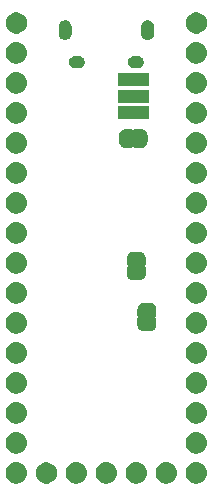
<source format=gbs>
G04 #@! TF.GenerationSoftware,KiCad,Pcbnew,(5.1.0)-1*
G04 #@! TF.CreationDate,2019-08-08T12:31:07-05:00*
G04 #@! TF.ProjectId,STM32F070_Breakout,53544d33-3246-4303-9730-5f427265616b,v02*
G04 #@! TF.SameCoordinates,Original*
G04 #@! TF.FileFunction,Soldermask,Bot*
G04 #@! TF.FilePolarity,Negative*
%FSLAX46Y46*%
G04 Gerber Fmt 4.6, Leading zero omitted, Abs format (unit mm)*
G04 Created by KiCad (PCBNEW (5.1.0)-1) date 2019-08-08 12:31:07*
%MOMM*%
%LPD*%
G04 APERTURE LIST*
%ADD10C,0.100000*%
G04 APERTURE END LIST*
D10*
G36*
X128380443Y-114675519D02*
G01*
X128446627Y-114682037D01*
X128616466Y-114733557D01*
X128772991Y-114817222D01*
X128808729Y-114846552D01*
X128910186Y-114929814D01*
X128993448Y-115031271D01*
X129022778Y-115067009D01*
X129106443Y-115223534D01*
X129157963Y-115393373D01*
X129175359Y-115570000D01*
X129157963Y-115746627D01*
X129106443Y-115916466D01*
X129022778Y-116072991D01*
X128993448Y-116108729D01*
X128910186Y-116210186D01*
X128837480Y-116269853D01*
X128772991Y-116322778D01*
X128616466Y-116406443D01*
X128446627Y-116457963D01*
X128380442Y-116464482D01*
X128314260Y-116471000D01*
X128225740Y-116471000D01*
X128159558Y-116464482D01*
X128093373Y-116457963D01*
X127923534Y-116406443D01*
X127767009Y-116322778D01*
X127702520Y-116269853D01*
X127629814Y-116210186D01*
X127546552Y-116108729D01*
X127517222Y-116072991D01*
X127433557Y-115916466D01*
X127382037Y-115746627D01*
X127364641Y-115570000D01*
X127382037Y-115393373D01*
X127433557Y-115223534D01*
X127517222Y-115067009D01*
X127546552Y-115031271D01*
X127629814Y-114929814D01*
X127731271Y-114846552D01*
X127767009Y-114817222D01*
X127923534Y-114733557D01*
X128093373Y-114682037D01*
X128159557Y-114675519D01*
X128225740Y-114669000D01*
X128314260Y-114669000D01*
X128380443Y-114675519D01*
X128380443Y-114675519D01*
G37*
G36*
X141080443Y-114675519D02*
G01*
X141146627Y-114682037D01*
X141316466Y-114733557D01*
X141472991Y-114817222D01*
X141508729Y-114846552D01*
X141610186Y-114929814D01*
X141693448Y-115031271D01*
X141722778Y-115067009D01*
X141806443Y-115223534D01*
X141857963Y-115393373D01*
X141875359Y-115570000D01*
X141857963Y-115746627D01*
X141806443Y-115916466D01*
X141722778Y-116072991D01*
X141693448Y-116108729D01*
X141610186Y-116210186D01*
X141537480Y-116269853D01*
X141472991Y-116322778D01*
X141316466Y-116406443D01*
X141146627Y-116457963D01*
X141080442Y-116464482D01*
X141014260Y-116471000D01*
X140925740Y-116471000D01*
X140859558Y-116464482D01*
X140793373Y-116457963D01*
X140623534Y-116406443D01*
X140467009Y-116322778D01*
X140402520Y-116269853D01*
X140329814Y-116210186D01*
X140246552Y-116108729D01*
X140217222Y-116072991D01*
X140133557Y-115916466D01*
X140082037Y-115746627D01*
X140064641Y-115570000D01*
X140082037Y-115393373D01*
X140133557Y-115223534D01*
X140217222Y-115067009D01*
X140246552Y-115031271D01*
X140329814Y-114929814D01*
X140431271Y-114846552D01*
X140467009Y-114817222D01*
X140623534Y-114733557D01*
X140793373Y-114682037D01*
X140859557Y-114675519D01*
X140925740Y-114669000D01*
X141014260Y-114669000D01*
X141080443Y-114675519D01*
X141080443Y-114675519D01*
G37*
G36*
X138540443Y-114675519D02*
G01*
X138606627Y-114682037D01*
X138776466Y-114733557D01*
X138932991Y-114817222D01*
X138968729Y-114846552D01*
X139070186Y-114929814D01*
X139153448Y-115031271D01*
X139182778Y-115067009D01*
X139266443Y-115223534D01*
X139317963Y-115393373D01*
X139335359Y-115570000D01*
X139317963Y-115746627D01*
X139266443Y-115916466D01*
X139182778Y-116072991D01*
X139153448Y-116108729D01*
X139070186Y-116210186D01*
X138997480Y-116269853D01*
X138932991Y-116322778D01*
X138776466Y-116406443D01*
X138606627Y-116457963D01*
X138540442Y-116464482D01*
X138474260Y-116471000D01*
X138385740Y-116471000D01*
X138319558Y-116464482D01*
X138253373Y-116457963D01*
X138083534Y-116406443D01*
X137927009Y-116322778D01*
X137862520Y-116269853D01*
X137789814Y-116210186D01*
X137706552Y-116108729D01*
X137677222Y-116072991D01*
X137593557Y-115916466D01*
X137542037Y-115746627D01*
X137524641Y-115570000D01*
X137542037Y-115393373D01*
X137593557Y-115223534D01*
X137677222Y-115067009D01*
X137706552Y-115031271D01*
X137789814Y-114929814D01*
X137891271Y-114846552D01*
X137927009Y-114817222D01*
X138083534Y-114733557D01*
X138253373Y-114682037D01*
X138319557Y-114675519D01*
X138385740Y-114669000D01*
X138474260Y-114669000D01*
X138540443Y-114675519D01*
X138540443Y-114675519D01*
G37*
G36*
X136000443Y-114675519D02*
G01*
X136066627Y-114682037D01*
X136236466Y-114733557D01*
X136392991Y-114817222D01*
X136428729Y-114846552D01*
X136530186Y-114929814D01*
X136613448Y-115031271D01*
X136642778Y-115067009D01*
X136726443Y-115223534D01*
X136777963Y-115393373D01*
X136795359Y-115570000D01*
X136777963Y-115746627D01*
X136726443Y-115916466D01*
X136642778Y-116072991D01*
X136613448Y-116108729D01*
X136530186Y-116210186D01*
X136457480Y-116269853D01*
X136392991Y-116322778D01*
X136236466Y-116406443D01*
X136066627Y-116457963D01*
X136000442Y-116464482D01*
X135934260Y-116471000D01*
X135845740Y-116471000D01*
X135779558Y-116464482D01*
X135713373Y-116457963D01*
X135543534Y-116406443D01*
X135387009Y-116322778D01*
X135322520Y-116269853D01*
X135249814Y-116210186D01*
X135166552Y-116108729D01*
X135137222Y-116072991D01*
X135053557Y-115916466D01*
X135002037Y-115746627D01*
X134984641Y-115570000D01*
X135002037Y-115393373D01*
X135053557Y-115223534D01*
X135137222Y-115067009D01*
X135166552Y-115031271D01*
X135249814Y-114929814D01*
X135351271Y-114846552D01*
X135387009Y-114817222D01*
X135543534Y-114733557D01*
X135713373Y-114682037D01*
X135779557Y-114675519D01*
X135845740Y-114669000D01*
X135934260Y-114669000D01*
X136000443Y-114675519D01*
X136000443Y-114675519D01*
G37*
G36*
X130923512Y-114673927D02*
G01*
X131072812Y-114703624D01*
X131236784Y-114771544D01*
X131384354Y-114870147D01*
X131509853Y-114995646D01*
X131608456Y-115143216D01*
X131676376Y-115307188D01*
X131711000Y-115481259D01*
X131711000Y-115658741D01*
X131676376Y-115832812D01*
X131608456Y-115996784D01*
X131509853Y-116144354D01*
X131384354Y-116269853D01*
X131236784Y-116368456D01*
X131072812Y-116436376D01*
X130923512Y-116466073D01*
X130898742Y-116471000D01*
X130721258Y-116471000D01*
X130696488Y-116466073D01*
X130547188Y-116436376D01*
X130383216Y-116368456D01*
X130235646Y-116269853D01*
X130110147Y-116144354D01*
X130011544Y-115996784D01*
X129943624Y-115832812D01*
X129909000Y-115658741D01*
X129909000Y-115481259D01*
X129943624Y-115307188D01*
X130011544Y-115143216D01*
X130110147Y-114995646D01*
X130235646Y-114870147D01*
X130383216Y-114771544D01*
X130547188Y-114703624D01*
X130696488Y-114673927D01*
X130721258Y-114669000D01*
X130898742Y-114669000D01*
X130923512Y-114673927D01*
X130923512Y-114673927D01*
G37*
G36*
X143620443Y-114675519D02*
G01*
X143686627Y-114682037D01*
X143856466Y-114733557D01*
X144012991Y-114817222D01*
X144048729Y-114846552D01*
X144150186Y-114929814D01*
X144233448Y-115031271D01*
X144262778Y-115067009D01*
X144346443Y-115223534D01*
X144397963Y-115393373D01*
X144415359Y-115570000D01*
X144397963Y-115746627D01*
X144346443Y-115916466D01*
X144262778Y-116072991D01*
X144233448Y-116108729D01*
X144150186Y-116210186D01*
X144077480Y-116269853D01*
X144012991Y-116322778D01*
X143856466Y-116406443D01*
X143686627Y-116457963D01*
X143620442Y-116464482D01*
X143554260Y-116471000D01*
X143465740Y-116471000D01*
X143399558Y-116464482D01*
X143333373Y-116457963D01*
X143163534Y-116406443D01*
X143007009Y-116322778D01*
X142942520Y-116269853D01*
X142869814Y-116210186D01*
X142786552Y-116108729D01*
X142757222Y-116072991D01*
X142673557Y-115916466D01*
X142622037Y-115746627D01*
X142604641Y-115570000D01*
X142622037Y-115393373D01*
X142673557Y-115223534D01*
X142757222Y-115067009D01*
X142786552Y-115031271D01*
X142869814Y-114929814D01*
X142971271Y-114846552D01*
X143007009Y-114817222D01*
X143163534Y-114733557D01*
X143333373Y-114682037D01*
X143399557Y-114675519D01*
X143465740Y-114669000D01*
X143554260Y-114669000D01*
X143620443Y-114675519D01*
X143620443Y-114675519D01*
G37*
G36*
X133460443Y-114675519D02*
G01*
X133526627Y-114682037D01*
X133696466Y-114733557D01*
X133852991Y-114817222D01*
X133888729Y-114846552D01*
X133990186Y-114929814D01*
X134073448Y-115031271D01*
X134102778Y-115067009D01*
X134186443Y-115223534D01*
X134237963Y-115393373D01*
X134255359Y-115570000D01*
X134237963Y-115746627D01*
X134186443Y-115916466D01*
X134102778Y-116072991D01*
X134073448Y-116108729D01*
X133990186Y-116210186D01*
X133917480Y-116269853D01*
X133852991Y-116322778D01*
X133696466Y-116406443D01*
X133526627Y-116457963D01*
X133460442Y-116464482D01*
X133394260Y-116471000D01*
X133305740Y-116471000D01*
X133239558Y-116464482D01*
X133173373Y-116457963D01*
X133003534Y-116406443D01*
X132847009Y-116322778D01*
X132782520Y-116269853D01*
X132709814Y-116210186D01*
X132626552Y-116108729D01*
X132597222Y-116072991D01*
X132513557Y-115916466D01*
X132462037Y-115746627D01*
X132444641Y-115570000D01*
X132462037Y-115393373D01*
X132513557Y-115223534D01*
X132597222Y-115067009D01*
X132626552Y-115031271D01*
X132709814Y-114929814D01*
X132811271Y-114846552D01*
X132847009Y-114817222D01*
X133003534Y-114733557D01*
X133173373Y-114682037D01*
X133239557Y-114675519D01*
X133305740Y-114669000D01*
X133394260Y-114669000D01*
X133460443Y-114675519D01*
X133460443Y-114675519D01*
G37*
G36*
X128380443Y-112135519D02*
G01*
X128446627Y-112142037D01*
X128616466Y-112193557D01*
X128772991Y-112277222D01*
X128808729Y-112306552D01*
X128910186Y-112389814D01*
X128993448Y-112491271D01*
X129022778Y-112527009D01*
X129106443Y-112683534D01*
X129157963Y-112853373D01*
X129175359Y-113030000D01*
X129157963Y-113206627D01*
X129106443Y-113376466D01*
X129022778Y-113532991D01*
X128993448Y-113568729D01*
X128910186Y-113670186D01*
X128808729Y-113753448D01*
X128772991Y-113782778D01*
X128616466Y-113866443D01*
X128446627Y-113917963D01*
X128380443Y-113924481D01*
X128314260Y-113931000D01*
X128225740Y-113931000D01*
X128159557Y-113924481D01*
X128093373Y-113917963D01*
X127923534Y-113866443D01*
X127767009Y-113782778D01*
X127731271Y-113753448D01*
X127629814Y-113670186D01*
X127546552Y-113568729D01*
X127517222Y-113532991D01*
X127433557Y-113376466D01*
X127382037Y-113206627D01*
X127364641Y-113030000D01*
X127382037Y-112853373D01*
X127433557Y-112683534D01*
X127517222Y-112527009D01*
X127546552Y-112491271D01*
X127629814Y-112389814D01*
X127731271Y-112306552D01*
X127767009Y-112277222D01*
X127923534Y-112193557D01*
X128093373Y-112142037D01*
X128159557Y-112135519D01*
X128225740Y-112129000D01*
X128314260Y-112129000D01*
X128380443Y-112135519D01*
X128380443Y-112135519D01*
G37*
G36*
X143620443Y-112135519D02*
G01*
X143686627Y-112142037D01*
X143856466Y-112193557D01*
X144012991Y-112277222D01*
X144048729Y-112306552D01*
X144150186Y-112389814D01*
X144233448Y-112491271D01*
X144262778Y-112527009D01*
X144346443Y-112683534D01*
X144397963Y-112853373D01*
X144415359Y-113030000D01*
X144397963Y-113206627D01*
X144346443Y-113376466D01*
X144262778Y-113532991D01*
X144233448Y-113568729D01*
X144150186Y-113670186D01*
X144048729Y-113753448D01*
X144012991Y-113782778D01*
X143856466Y-113866443D01*
X143686627Y-113917963D01*
X143620443Y-113924481D01*
X143554260Y-113931000D01*
X143465740Y-113931000D01*
X143399557Y-113924481D01*
X143333373Y-113917963D01*
X143163534Y-113866443D01*
X143007009Y-113782778D01*
X142971271Y-113753448D01*
X142869814Y-113670186D01*
X142786552Y-113568729D01*
X142757222Y-113532991D01*
X142673557Y-113376466D01*
X142622037Y-113206627D01*
X142604641Y-113030000D01*
X142622037Y-112853373D01*
X142673557Y-112683534D01*
X142757222Y-112527009D01*
X142786552Y-112491271D01*
X142869814Y-112389814D01*
X142971271Y-112306552D01*
X143007009Y-112277222D01*
X143163534Y-112193557D01*
X143333373Y-112142037D01*
X143399557Y-112135519D01*
X143465740Y-112129000D01*
X143554260Y-112129000D01*
X143620443Y-112135519D01*
X143620443Y-112135519D01*
G37*
G36*
X143620442Y-109595518D02*
G01*
X143686627Y-109602037D01*
X143856466Y-109653557D01*
X144012991Y-109737222D01*
X144048729Y-109766552D01*
X144150186Y-109849814D01*
X144233448Y-109951271D01*
X144262778Y-109987009D01*
X144346443Y-110143534D01*
X144397963Y-110313373D01*
X144415359Y-110490000D01*
X144397963Y-110666627D01*
X144346443Y-110836466D01*
X144262778Y-110992991D01*
X144233448Y-111028729D01*
X144150186Y-111130186D01*
X144048729Y-111213448D01*
X144012991Y-111242778D01*
X143856466Y-111326443D01*
X143686627Y-111377963D01*
X143620443Y-111384481D01*
X143554260Y-111391000D01*
X143465740Y-111391000D01*
X143399557Y-111384481D01*
X143333373Y-111377963D01*
X143163534Y-111326443D01*
X143007009Y-111242778D01*
X142971271Y-111213448D01*
X142869814Y-111130186D01*
X142786552Y-111028729D01*
X142757222Y-110992991D01*
X142673557Y-110836466D01*
X142622037Y-110666627D01*
X142604641Y-110490000D01*
X142622037Y-110313373D01*
X142673557Y-110143534D01*
X142757222Y-109987009D01*
X142786552Y-109951271D01*
X142869814Y-109849814D01*
X142971271Y-109766552D01*
X143007009Y-109737222D01*
X143163534Y-109653557D01*
X143333373Y-109602037D01*
X143399558Y-109595518D01*
X143465740Y-109589000D01*
X143554260Y-109589000D01*
X143620442Y-109595518D01*
X143620442Y-109595518D01*
G37*
G36*
X128380442Y-109595518D02*
G01*
X128446627Y-109602037D01*
X128616466Y-109653557D01*
X128772991Y-109737222D01*
X128808729Y-109766552D01*
X128910186Y-109849814D01*
X128993448Y-109951271D01*
X129022778Y-109987009D01*
X129106443Y-110143534D01*
X129157963Y-110313373D01*
X129175359Y-110490000D01*
X129157963Y-110666627D01*
X129106443Y-110836466D01*
X129022778Y-110992991D01*
X128993448Y-111028729D01*
X128910186Y-111130186D01*
X128808729Y-111213448D01*
X128772991Y-111242778D01*
X128616466Y-111326443D01*
X128446627Y-111377963D01*
X128380443Y-111384481D01*
X128314260Y-111391000D01*
X128225740Y-111391000D01*
X128159557Y-111384481D01*
X128093373Y-111377963D01*
X127923534Y-111326443D01*
X127767009Y-111242778D01*
X127731271Y-111213448D01*
X127629814Y-111130186D01*
X127546552Y-111028729D01*
X127517222Y-110992991D01*
X127433557Y-110836466D01*
X127382037Y-110666627D01*
X127364641Y-110490000D01*
X127382037Y-110313373D01*
X127433557Y-110143534D01*
X127517222Y-109987009D01*
X127546552Y-109951271D01*
X127629814Y-109849814D01*
X127731271Y-109766552D01*
X127767009Y-109737222D01*
X127923534Y-109653557D01*
X128093373Y-109602037D01*
X128159558Y-109595518D01*
X128225740Y-109589000D01*
X128314260Y-109589000D01*
X128380442Y-109595518D01*
X128380442Y-109595518D01*
G37*
G36*
X143620442Y-107055518D02*
G01*
X143686627Y-107062037D01*
X143856466Y-107113557D01*
X144012991Y-107197222D01*
X144048729Y-107226552D01*
X144150186Y-107309814D01*
X144233448Y-107411271D01*
X144262778Y-107447009D01*
X144346443Y-107603534D01*
X144397963Y-107773373D01*
X144415359Y-107950000D01*
X144397963Y-108126627D01*
X144346443Y-108296466D01*
X144262778Y-108452991D01*
X144233448Y-108488729D01*
X144150186Y-108590186D01*
X144048729Y-108673448D01*
X144012991Y-108702778D01*
X143856466Y-108786443D01*
X143686627Y-108837963D01*
X143620442Y-108844482D01*
X143554260Y-108851000D01*
X143465740Y-108851000D01*
X143399558Y-108844482D01*
X143333373Y-108837963D01*
X143163534Y-108786443D01*
X143007009Y-108702778D01*
X142971271Y-108673448D01*
X142869814Y-108590186D01*
X142786552Y-108488729D01*
X142757222Y-108452991D01*
X142673557Y-108296466D01*
X142622037Y-108126627D01*
X142604641Y-107950000D01*
X142622037Y-107773373D01*
X142673557Y-107603534D01*
X142757222Y-107447009D01*
X142786552Y-107411271D01*
X142869814Y-107309814D01*
X142971271Y-107226552D01*
X143007009Y-107197222D01*
X143163534Y-107113557D01*
X143333373Y-107062037D01*
X143399558Y-107055518D01*
X143465740Y-107049000D01*
X143554260Y-107049000D01*
X143620442Y-107055518D01*
X143620442Y-107055518D01*
G37*
G36*
X128380442Y-107055518D02*
G01*
X128446627Y-107062037D01*
X128616466Y-107113557D01*
X128772991Y-107197222D01*
X128808729Y-107226552D01*
X128910186Y-107309814D01*
X128993448Y-107411271D01*
X129022778Y-107447009D01*
X129106443Y-107603534D01*
X129157963Y-107773373D01*
X129175359Y-107950000D01*
X129157963Y-108126627D01*
X129106443Y-108296466D01*
X129022778Y-108452991D01*
X128993448Y-108488729D01*
X128910186Y-108590186D01*
X128808729Y-108673448D01*
X128772991Y-108702778D01*
X128616466Y-108786443D01*
X128446627Y-108837963D01*
X128380442Y-108844482D01*
X128314260Y-108851000D01*
X128225740Y-108851000D01*
X128159558Y-108844482D01*
X128093373Y-108837963D01*
X127923534Y-108786443D01*
X127767009Y-108702778D01*
X127731271Y-108673448D01*
X127629814Y-108590186D01*
X127546552Y-108488729D01*
X127517222Y-108452991D01*
X127433557Y-108296466D01*
X127382037Y-108126627D01*
X127364641Y-107950000D01*
X127382037Y-107773373D01*
X127433557Y-107603534D01*
X127517222Y-107447009D01*
X127546552Y-107411271D01*
X127629814Y-107309814D01*
X127731271Y-107226552D01*
X127767009Y-107197222D01*
X127923534Y-107113557D01*
X128093373Y-107062037D01*
X128159558Y-107055518D01*
X128225740Y-107049000D01*
X128314260Y-107049000D01*
X128380442Y-107055518D01*
X128380442Y-107055518D01*
G37*
G36*
X143620443Y-104515519D02*
G01*
X143686627Y-104522037D01*
X143856466Y-104573557D01*
X144012991Y-104657222D01*
X144048729Y-104686552D01*
X144150186Y-104769814D01*
X144233448Y-104871271D01*
X144262778Y-104907009D01*
X144346443Y-105063534D01*
X144397963Y-105233373D01*
X144415359Y-105410000D01*
X144397963Y-105586627D01*
X144346443Y-105756466D01*
X144262778Y-105912991D01*
X144233448Y-105948729D01*
X144150186Y-106050186D01*
X144048729Y-106133448D01*
X144012991Y-106162778D01*
X143856466Y-106246443D01*
X143686627Y-106297963D01*
X143620442Y-106304482D01*
X143554260Y-106311000D01*
X143465740Y-106311000D01*
X143399558Y-106304482D01*
X143333373Y-106297963D01*
X143163534Y-106246443D01*
X143007009Y-106162778D01*
X142971271Y-106133448D01*
X142869814Y-106050186D01*
X142786552Y-105948729D01*
X142757222Y-105912991D01*
X142673557Y-105756466D01*
X142622037Y-105586627D01*
X142604641Y-105410000D01*
X142622037Y-105233373D01*
X142673557Y-105063534D01*
X142757222Y-104907009D01*
X142786552Y-104871271D01*
X142869814Y-104769814D01*
X142971271Y-104686552D01*
X143007009Y-104657222D01*
X143163534Y-104573557D01*
X143333373Y-104522037D01*
X143399557Y-104515519D01*
X143465740Y-104509000D01*
X143554260Y-104509000D01*
X143620443Y-104515519D01*
X143620443Y-104515519D01*
G37*
G36*
X128380443Y-104515519D02*
G01*
X128446627Y-104522037D01*
X128616466Y-104573557D01*
X128772991Y-104657222D01*
X128808729Y-104686552D01*
X128910186Y-104769814D01*
X128993448Y-104871271D01*
X129022778Y-104907009D01*
X129106443Y-105063534D01*
X129157963Y-105233373D01*
X129175359Y-105410000D01*
X129157963Y-105586627D01*
X129106443Y-105756466D01*
X129022778Y-105912991D01*
X128993448Y-105948729D01*
X128910186Y-106050186D01*
X128808729Y-106133448D01*
X128772991Y-106162778D01*
X128616466Y-106246443D01*
X128446627Y-106297963D01*
X128380442Y-106304482D01*
X128314260Y-106311000D01*
X128225740Y-106311000D01*
X128159558Y-106304482D01*
X128093373Y-106297963D01*
X127923534Y-106246443D01*
X127767009Y-106162778D01*
X127731271Y-106133448D01*
X127629814Y-106050186D01*
X127546552Y-105948729D01*
X127517222Y-105912991D01*
X127433557Y-105756466D01*
X127382037Y-105586627D01*
X127364641Y-105410000D01*
X127382037Y-105233373D01*
X127433557Y-105063534D01*
X127517222Y-104907009D01*
X127546552Y-104871271D01*
X127629814Y-104769814D01*
X127731271Y-104686552D01*
X127767009Y-104657222D01*
X127923534Y-104573557D01*
X128093373Y-104522037D01*
X128159557Y-104515519D01*
X128225740Y-104509000D01*
X128314260Y-104509000D01*
X128380443Y-104515519D01*
X128380443Y-104515519D01*
G37*
G36*
X128380442Y-101975518D02*
G01*
X128446627Y-101982037D01*
X128616466Y-102033557D01*
X128772991Y-102117222D01*
X128808729Y-102146552D01*
X128910186Y-102229814D01*
X128988885Y-102325710D01*
X129022778Y-102367009D01*
X129106443Y-102523534D01*
X129157963Y-102693373D01*
X129175359Y-102870000D01*
X129157963Y-103046627D01*
X129106443Y-103216466D01*
X129022778Y-103372991D01*
X128993448Y-103408729D01*
X128910186Y-103510186D01*
X128808729Y-103593448D01*
X128772991Y-103622778D01*
X128616466Y-103706443D01*
X128446627Y-103757963D01*
X128380443Y-103764481D01*
X128314260Y-103771000D01*
X128225740Y-103771000D01*
X128159557Y-103764481D01*
X128093373Y-103757963D01*
X127923534Y-103706443D01*
X127767009Y-103622778D01*
X127731271Y-103593448D01*
X127629814Y-103510186D01*
X127546552Y-103408729D01*
X127517222Y-103372991D01*
X127433557Y-103216466D01*
X127382037Y-103046627D01*
X127364641Y-102870000D01*
X127382037Y-102693373D01*
X127433557Y-102523534D01*
X127517222Y-102367009D01*
X127551115Y-102325710D01*
X127629814Y-102229814D01*
X127731271Y-102146552D01*
X127767009Y-102117222D01*
X127923534Y-102033557D01*
X128093373Y-101982037D01*
X128159558Y-101975518D01*
X128225740Y-101969000D01*
X128314260Y-101969000D01*
X128380442Y-101975518D01*
X128380442Y-101975518D01*
G37*
G36*
X143620442Y-101975518D02*
G01*
X143686627Y-101982037D01*
X143856466Y-102033557D01*
X144012991Y-102117222D01*
X144048729Y-102146552D01*
X144150186Y-102229814D01*
X144228885Y-102325710D01*
X144262778Y-102367009D01*
X144346443Y-102523534D01*
X144397963Y-102693373D01*
X144415359Y-102870000D01*
X144397963Y-103046627D01*
X144346443Y-103216466D01*
X144262778Y-103372991D01*
X144233448Y-103408729D01*
X144150186Y-103510186D01*
X144048729Y-103593448D01*
X144012991Y-103622778D01*
X143856466Y-103706443D01*
X143686627Y-103757963D01*
X143620443Y-103764481D01*
X143554260Y-103771000D01*
X143465740Y-103771000D01*
X143399557Y-103764481D01*
X143333373Y-103757963D01*
X143163534Y-103706443D01*
X143007009Y-103622778D01*
X142971271Y-103593448D01*
X142869814Y-103510186D01*
X142786552Y-103408729D01*
X142757222Y-103372991D01*
X142673557Y-103216466D01*
X142622037Y-103046627D01*
X142604641Y-102870000D01*
X142622037Y-102693373D01*
X142673557Y-102523534D01*
X142757222Y-102367009D01*
X142791115Y-102325710D01*
X142869814Y-102229814D01*
X142971271Y-102146552D01*
X143007009Y-102117222D01*
X143163534Y-102033557D01*
X143333373Y-101982037D01*
X143399558Y-101975518D01*
X143465740Y-101969000D01*
X143554260Y-101969000D01*
X143620442Y-101975518D01*
X143620442Y-101975518D01*
G37*
G36*
X139581199Y-101161954D02*
G01*
X139593450Y-101162556D01*
X139611869Y-101162556D01*
X139634149Y-101164750D01*
X139718233Y-101181476D01*
X139739660Y-101187976D01*
X139818858Y-101220780D01*
X139824303Y-101223691D01*
X139824309Y-101223693D01*
X139833169Y-101228429D01*
X139833173Y-101228432D01*
X139838614Y-101231340D01*
X139909899Y-101278971D01*
X139927204Y-101293172D01*
X139987828Y-101353796D01*
X140002029Y-101371101D01*
X140049660Y-101442386D01*
X140052568Y-101447827D01*
X140052571Y-101447831D01*
X140057307Y-101456691D01*
X140057309Y-101456697D01*
X140060220Y-101462142D01*
X140093024Y-101541340D01*
X140099524Y-101562767D01*
X140116250Y-101646851D01*
X140118444Y-101669131D01*
X140118444Y-101687550D01*
X140119046Y-101699801D01*
X140120852Y-101718139D01*
X140120852Y-102205860D01*
X140119263Y-102221999D01*
X140116348Y-102231608D01*
X140111610Y-102240472D01*
X140105237Y-102248237D01*
X140092794Y-102258448D01*
X140082425Y-102265378D01*
X140065098Y-102282705D01*
X140051485Y-102303080D01*
X140042109Y-102325720D01*
X140037329Y-102349753D01*
X140037330Y-102374257D01*
X140042112Y-102398290D01*
X140051490Y-102420929D01*
X140065105Y-102441302D01*
X140082432Y-102458629D01*
X140092802Y-102465558D01*
X140105237Y-102475763D01*
X140111610Y-102483528D01*
X140116348Y-102492392D01*
X140119263Y-102502001D01*
X140120852Y-102518140D01*
X140120852Y-103005862D01*
X140119046Y-103024199D01*
X140118444Y-103036450D01*
X140118444Y-103054869D01*
X140116250Y-103077149D01*
X140099524Y-103161233D01*
X140093024Y-103182660D01*
X140060220Y-103261858D01*
X140057309Y-103267303D01*
X140057307Y-103267309D01*
X140052571Y-103276169D01*
X140052568Y-103276173D01*
X140049660Y-103281614D01*
X140002029Y-103352899D01*
X139987828Y-103370204D01*
X139927204Y-103430828D01*
X139909899Y-103445029D01*
X139838614Y-103492660D01*
X139833173Y-103495568D01*
X139833169Y-103495571D01*
X139824309Y-103500307D01*
X139824303Y-103500309D01*
X139818858Y-103503220D01*
X139739660Y-103536024D01*
X139718233Y-103542524D01*
X139634149Y-103559250D01*
X139611869Y-103561444D01*
X139593450Y-103561444D01*
X139581199Y-103562046D01*
X139562862Y-103563852D01*
X139075138Y-103563852D01*
X139056801Y-103562046D01*
X139044550Y-103561444D01*
X139026131Y-103561444D01*
X139003851Y-103559250D01*
X138919767Y-103542524D01*
X138898340Y-103536024D01*
X138819142Y-103503220D01*
X138813697Y-103500309D01*
X138813691Y-103500307D01*
X138804831Y-103495571D01*
X138804827Y-103495568D01*
X138799386Y-103492660D01*
X138728101Y-103445029D01*
X138710796Y-103430828D01*
X138650172Y-103370204D01*
X138635971Y-103352899D01*
X138588340Y-103281614D01*
X138585432Y-103276173D01*
X138585429Y-103276169D01*
X138580693Y-103267309D01*
X138580691Y-103267303D01*
X138577780Y-103261858D01*
X138544976Y-103182660D01*
X138538476Y-103161233D01*
X138521750Y-103077149D01*
X138519556Y-103054869D01*
X138519556Y-103036450D01*
X138518954Y-103024199D01*
X138517148Y-103005862D01*
X138517148Y-102518140D01*
X138518737Y-102502001D01*
X138521652Y-102492392D01*
X138526390Y-102483528D01*
X138532763Y-102475763D01*
X138545206Y-102465552D01*
X138555575Y-102458622D01*
X138572902Y-102441295D01*
X138586515Y-102420920D01*
X138595891Y-102398280D01*
X138600671Y-102374247D01*
X138600670Y-102349743D01*
X138595888Y-102325710D01*
X138586510Y-102303071D01*
X138572895Y-102282698D01*
X138555568Y-102265371D01*
X138545198Y-102258442D01*
X138532763Y-102248237D01*
X138526390Y-102240472D01*
X138521652Y-102231608D01*
X138518737Y-102221999D01*
X138517148Y-102205860D01*
X138517148Y-101718139D01*
X138518954Y-101699801D01*
X138519556Y-101687550D01*
X138519556Y-101669131D01*
X138521750Y-101646851D01*
X138538476Y-101562767D01*
X138544976Y-101541340D01*
X138577780Y-101462142D01*
X138580691Y-101456697D01*
X138580693Y-101456691D01*
X138585429Y-101447831D01*
X138585432Y-101447827D01*
X138588340Y-101442386D01*
X138635971Y-101371101D01*
X138650172Y-101353796D01*
X138710796Y-101293172D01*
X138728101Y-101278971D01*
X138799386Y-101231340D01*
X138804827Y-101228432D01*
X138804831Y-101228429D01*
X138813691Y-101223693D01*
X138813697Y-101223691D01*
X138819142Y-101220780D01*
X138898340Y-101187976D01*
X138919767Y-101181476D01*
X139003851Y-101164750D01*
X139026131Y-101162556D01*
X139044550Y-101162556D01*
X139056801Y-101161954D01*
X139075139Y-101160148D01*
X139562861Y-101160148D01*
X139581199Y-101161954D01*
X139581199Y-101161954D01*
G37*
G36*
X143620443Y-99435519D02*
G01*
X143686627Y-99442037D01*
X143856466Y-99493557D01*
X144012991Y-99577222D01*
X144048729Y-99606552D01*
X144150186Y-99689814D01*
X144233448Y-99791271D01*
X144262778Y-99827009D01*
X144346443Y-99983534D01*
X144397963Y-100153373D01*
X144415359Y-100330000D01*
X144397963Y-100506627D01*
X144346443Y-100676466D01*
X144262778Y-100832991D01*
X144233448Y-100868729D01*
X144150186Y-100970186D01*
X144048729Y-101053448D01*
X144012991Y-101082778D01*
X143856466Y-101166443D01*
X143686627Y-101217963D01*
X143628448Y-101223693D01*
X143554260Y-101231000D01*
X143465740Y-101231000D01*
X143391552Y-101223693D01*
X143333373Y-101217963D01*
X143163534Y-101166443D01*
X143007009Y-101082778D01*
X142971271Y-101053448D01*
X142869814Y-100970186D01*
X142786552Y-100868729D01*
X142757222Y-100832991D01*
X142673557Y-100676466D01*
X142622037Y-100506627D01*
X142604641Y-100330000D01*
X142622037Y-100153373D01*
X142673557Y-99983534D01*
X142757222Y-99827009D01*
X142786552Y-99791271D01*
X142869814Y-99689814D01*
X142971271Y-99606552D01*
X143007009Y-99577222D01*
X143163534Y-99493557D01*
X143333373Y-99442037D01*
X143399558Y-99435518D01*
X143465740Y-99429000D01*
X143554260Y-99429000D01*
X143620443Y-99435519D01*
X143620443Y-99435519D01*
G37*
G36*
X128380443Y-99435519D02*
G01*
X128446627Y-99442037D01*
X128616466Y-99493557D01*
X128772991Y-99577222D01*
X128808729Y-99606552D01*
X128910186Y-99689814D01*
X128993448Y-99791271D01*
X129022778Y-99827009D01*
X129106443Y-99983534D01*
X129157963Y-100153373D01*
X129175359Y-100330000D01*
X129157963Y-100506627D01*
X129106443Y-100676466D01*
X129022778Y-100832991D01*
X128993448Y-100868729D01*
X128910186Y-100970186D01*
X128808729Y-101053448D01*
X128772991Y-101082778D01*
X128616466Y-101166443D01*
X128446627Y-101217963D01*
X128388448Y-101223693D01*
X128314260Y-101231000D01*
X128225740Y-101231000D01*
X128151552Y-101223693D01*
X128093373Y-101217963D01*
X127923534Y-101166443D01*
X127767009Y-101082778D01*
X127731271Y-101053448D01*
X127629814Y-100970186D01*
X127546552Y-100868729D01*
X127517222Y-100832991D01*
X127433557Y-100676466D01*
X127382037Y-100506627D01*
X127364641Y-100330000D01*
X127382037Y-100153373D01*
X127433557Y-99983534D01*
X127517222Y-99827009D01*
X127546552Y-99791271D01*
X127629814Y-99689814D01*
X127731271Y-99606552D01*
X127767009Y-99577222D01*
X127923534Y-99493557D01*
X128093373Y-99442037D01*
X128159558Y-99435518D01*
X128225740Y-99429000D01*
X128314260Y-99429000D01*
X128380443Y-99435519D01*
X128380443Y-99435519D01*
G37*
G36*
X138692199Y-96843954D02*
G01*
X138704450Y-96844556D01*
X138722869Y-96844556D01*
X138745149Y-96846750D01*
X138829233Y-96863476D01*
X138850660Y-96869976D01*
X138929858Y-96902780D01*
X138935303Y-96905691D01*
X138935309Y-96905693D01*
X138944169Y-96910429D01*
X138944173Y-96910432D01*
X138949614Y-96913340D01*
X139020899Y-96960971D01*
X139038204Y-96975172D01*
X139098828Y-97035796D01*
X139113029Y-97053101D01*
X139160660Y-97124386D01*
X139163568Y-97129827D01*
X139163571Y-97129831D01*
X139168307Y-97138691D01*
X139168309Y-97138697D01*
X139171220Y-97144142D01*
X139204024Y-97223340D01*
X139210524Y-97244767D01*
X139227250Y-97328851D01*
X139229444Y-97351131D01*
X139229444Y-97369550D01*
X139230046Y-97381801D01*
X139231852Y-97400139D01*
X139231852Y-97887860D01*
X139230263Y-97903999D01*
X139227348Y-97913608D01*
X139222610Y-97922472D01*
X139216237Y-97930237D01*
X139203794Y-97940448D01*
X139193425Y-97947378D01*
X139176098Y-97964705D01*
X139162485Y-97985080D01*
X139153109Y-98007720D01*
X139148329Y-98031753D01*
X139148330Y-98056257D01*
X139153112Y-98080290D01*
X139162490Y-98102929D01*
X139176105Y-98123302D01*
X139193432Y-98140629D01*
X139203802Y-98147558D01*
X139216237Y-98157763D01*
X139222610Y-98165528D01*
X139227348Y-98174392D01*
X139230263Y-98184001D01*
X139231852Y-98200140D01*
X139231852Y-98687862D01*
X139230046Y-98706199D01*
X139229444Y-98718450D01*
X139229444Y-98736869D01*
X139227250Y-98759149D01*
X139210524Y-98843233D01*
X139204024Y-98864660D01*
X139171220Y-98943858D01*
X139168309Y-98949303D01*
X139168307Y-98949309D01*
X139163571Y-98958169D01*
X139163568Y-98958173D01*
X139160660Y-98963614D01*
X139113029Y-99034899D01*
X139098828Y-99052204D01*
X139038204Y-99112828D01*
X139020899Y-99127029D01*
X138949614Y-99174660D01*
X138944173Y-99177568D01*
X138944169Y-99177571D01*
X138935309Y-99182307D01*
X138935303Y-99182309D01*
X138929858Y-99185220D01*
X138850660Y-99218024D01*
X138829233Y-99224524D01*
X138745149Y-99241250D01*
X138722869Y-99243444D01*
X138704450Y-99243444D01*
X138692199Y-99244046D01*
X138673862Y-99245852D01*
X138186138Y-99245852D01*
X138167801Y-99244046D01*
X138155550Y-99243444D01*
X138137131Y-99243444D01*
X138114851Y-99241250D01*
X138030767Y-99224524D01*
X138009340Y-99218024D01*
X137930142Y-99185220D01*
X137924697Y-99182309D01*
X137924691Y-99182307D01*
X137915831Y-99177571D01*
X137915827Y-99177568D01*
X137910386Y-99174660D01*
X137839101Y-99127029D01*
X137821796Y-99112828D01*
X137761172Y-99052204D01*
X137746971Y-99034899D01*
X137699340Y-98963614D01*
X137696432Y-98958173D01*
X137696429Y-98958169D01*
X137691693Y-98949309D01*
X137691691Y-98949303D01*
X137688780Y-98943858D01*
X137655976Y-98864660D01*
X137649476Y-98843233D01*
X137632750Y-98759149D01*
X137630556Y-98736869D01*
X137630556Y-98718450D01*
X137629954Y-98706199D01*
X137628148Y-98687862D01*
X137628148Y-98200140D01*
X137629737Y-98184001D01*
X137632652Y-98174392D01*
X137637390Y-98165528D01*
X137643763Y-98157763D01*
X137656206Y-98147552D01*
X137666575Y-98140622D01*
X137683902Y-98123295D01*
X137697515Y-98102920D01*
X137706891Y-98080280D01*
X137711671Y-98056247D01*
X137711670Y-98031743D01*
X137706888Y-98007710D01*
X137697510Y-97985071D01*
X137683895Y-97964698D01*
X137666568Y-97947371D01*
X137656198Y-97940442D01*
X137643763Y-97930237D01*
X137637390Y-97922472D01*
X137632652Y-97913608D01*
X137629737Y-97903999D01*
X137628148Y-97887860D01*
X137628148Y-97400139D01*
X137629954Y-97381801D01*
X137630556Y-97369550D01*
X137630556Y-97351131D01*
X137632750Y-97328851D01*
X137649476Y-97244767D01*
X137655976Y-97223340D01*
X137688780Y-97144142D01*
X137691691Y-97138697D01*
X137691693Y-97138691D01*
X137696429Y-97129831D01*
X137696432Y-97129827D01*
X137699340Y-97124386D01*
X137746971Y-97053101D01*
X137761172Y-97035796D01*
X137821796Y-96975172D01*
X137839101Y-96960971D01*
X137910386Y-96913340D01*
X137915827Y-96910432D01*
X137915831Y-96910429D01*
X137924691Y-96905693D01*
X137924697Y-96905691D01*
X137930142Y-96902780D01*
X138009340Y-96869976D01*
X138030767Y-96863476D01*
X138114851Y-96846750D01*
X138137131Y-96844556D01*
X138155550Y-96844556D01*
X138167801Y-96843954D01*
X138186139Y-96842148D01*
X138673861Y-96842148D01*
X138692199Y-96843954D01*
X138692199Y-96843954D01*
G37*
G36*
X143620442Y-96895518D02*
G01*
X143686627Y-96902037D01*
X143856466Y-96953557D01*
X144012991Y-97037222D01*
X144026528Y-97048332D01*
X144150186Y-97149814D01*
X144210526Y-97223340D01*
X144262778Y-97287009D01*
X144346443Y-97443534D01*
X144397963Y-97613373D01*
X144415359Y-97790000D01*
X144397963Y-97966627D01*
X144346443Y-98136466D01*
X144262778Y-98292991D01*
X144233448Y-98328729D01*
X144150186Y-98430186D01*
X144048729Y-98513448D01*
X144012991Y-98542778D01*
X143856466Y-98626443D01*
X143686627Y-98677963D01*
X143620442Y-98684482D01*
X143554260Y-98691000D01*
X143465740Y-98691000D01*
X143399558Y-98684482D01*
X143333373Y-98677963D01*
X143163534Y-98626443D01*
X143007009Y-98542778D01*
X142971271Y-98513448D01*
X142869814Y-98430186D01*
X142786552Y-98328729D01*
X142757222Y-98292991D01*
X142673557Y-98136466D01*
X142622037Y-97966627D01*
X142604641Y-97790000D01*
X142622037Y-97613373D01*
X142673557Y-97443534D01*
X142757222Y-97287009D01*
X142809474Y-97223340D01*
X142869814Y-97149814D01*
X142993472Y-97048332D01*
X143007009Y-97037222D01*
X143163534Y-96953557D01*
X143333373Y-96902037D01*
X143399558Y-96895518D01*
X143465740Y-96889000D01*
X143554260Y-96889000D01*
X143620442Y-96895518D01*
X143620442Y-96895518D01*
G37*
G36*
X128380442Y-96895518D02*
G01*
X128446627Y-96902037D01*
X128616466Y-96953557D01*
X128772991Y-97037222D01*
X128786528Y-97048332D01*
X128910186Y-97149814D01*
X128970526Y-97223340D01*
X129022778Y-97287009D01*
X129106443Y-97443534D01*
X129157963Y-97613373D01*
X129175359Y-97790000D01*
X129157963Y-97966627D01*
X129106443Y-98136466D01*
X129022778Y-98292991D01*
X128993448Y-98328729D01*
X128910186Y-98430186D01*
X128808729Y-98513448D01*
X128772991Y-98542778D01*
X128616466Y-98626443D01*
X128446627Y-98677963D01*
X128380442Y-98684482D01*
X128314260Y-98691000D01*
X128225740Y-98691000D01*
X128159558Y-98684482D01*
X128093373Y-98677963D01*
X127923534Y-98626443D01*
X127767009Y-98542778D01*
X127731271Y-98513448D01*
X127629814Y-98430186D01*
X127546552Y-98328729D01*
X127517222Y-98292991D01*
X127433557Y-98136466D01*
X127382037Y-97966627D01*
X127364641Y-97790000D01*
X127382037Y-97613373D01*
X127433557Y-97443534D01*
X127517222Y-97287009D01*
X127569474Y-97223340D01*
X127629814Y-97149814D01*
X127753472Y-97048332D01*
X127767009Y-97037222D01*
X127923534Y-96953557D01*
X128093373Y-96902037D01*
X128159558Y-96895518D01*
X128225740Y-96889000D01*
X128314260Y-96889000D01*
X128380442Y-96895518D01*
X128380442Y-96895518D01*
G37*
G36*
X128380442Y-94355518D02*
G01*
X128446627Y-94362037D01*
X128616466Y-94413557D01*
X128772991Y-94497222D01*
X128808729Y-94526552D01*
X128910186Y-94609814D01*
X128993448Y-94711271D01*
X129022778Y-94747009D01*
X129106443Y-94903534D01*
X129157963Y-95073373D01*
X129175359Y-95250000D01*
X129157963Y-95426627D01*
X129106443Y-95596466D01*
X129022778Y-95752991D01*
X128993448Y-95788729D01*
X128910186Y-95890186D01*
X128808729Y-95973448D01*
X128772991Y-96002778D01*
X128616466Y-96086443D01*
X128446627Y-96137963D01*
X128380443Y-96144481D01*
X128314260Y-96151000D01*
X128225740Y-96151000D01*
X128159558Y-96144482D01*
X128093373Y-96137963D01*
X127923534Y-96086443D01*
X127767009Y-96002778D01*
X127731271Y-95973448D01*
X127629814Y-95890186D01*
X127546552Y-95788729D01*
X127517222Y-95752991D01*
X127433557Y-95596466D01*
X127382037Y-95426627D01*
X127364641Y-95250000D01*
X127382037Y-95073373D01*
X127433557Y-94903534D01*
X127517222Y-94747009D01*
X127546552Y-94711271D01*
X127629814Y-94609814D01*
X127731271Y-94526552D01*
X127767009Y-94497222D01*
X127923534Y-94413557D01*
X128093373Y-94362037D01*
X128159557Y-94355519D01*
X128225740Y-94349000D01*
X128314260Y-94349000D01*
X128380442Y-94355518D01*
X128380442Y-94355518D01*
G37*
G36*
X143620442Y-94355518D02*
G01*
X143686627Y-94362037D01*
X143856466Y-94413557D01*
X144012991Y-94497222D01*
X144048729Y-94526552D01*
X144150186Y-94609814D01*
X144233448Y-94711271D01*
X144262778Y-94747009D01*
X144346443Y-94903534D01*
X144397963Y-95073373D01*
X144415359Y-95250000D01*
X144397963Y-95426627D01*
X144346443Y-95596466D01*
X144262778Y-95752991D01*
X144233448Y-95788729D01*
X144150186Y-95890186D01*
X144048729Y-95973448D01*
X144012991Y-96002778D01*
X143856466Y-96086443D01*
X143686627Y-96137963D01*
X143620443Y-96144481D01*
X143554260Y-96151000D01*
X143465740Y-96151000D01*
X143399558Y-96144482D01*
X143333373Y-96137963D01*
X143163534Y-96086443D01*
X143007009Y-96002778D01*
X142971271Y-95973448D01*
X142869814Y-95890186D01*
X142786552Y-95788729D01*
X142757222Y-95752991D01*
X142673557Y-95596466D01*
X142622037Y-95426627D01*
X142604641Y-95250000D01*
X142622037Y-95073373D01*
X142673557Y-94903534D01*
X142757222Y-94747009D01*
X142786552Y-94711271D01*
X142869814Y-94609814D01*
X142971271Y-94526552D01*
X143007009Y-94497222D01*
X143163534Y-94413557D01*
X143333373Y-94362037D01*
X143399557Y-94355519D01*
X143465740Y-94349000D01*
X143554260Y-94349000D01*
X143620442Y-94355518D01*
X143620442Y-94355518D01*
G37*
G36*
X128380442Y-91815518D02*
G01*
X128446627Y-91822037D01*
X128616466Y-91873557D01*
X128772991Y-91957222D01*
X128808729Y-91986552D01*
X128910186Y-92069814D01*
X128993448Y-92171271D01*
X129022778Y-92207009D01*
X129106443Y-92363534D01*
X129157963Y-92533373D01*
X129175359Y-92710000D01*
X129157963Y-92886627D01*
X129106443Y-93056466D01*
X129022778Y-93212991D01*
X128993448Y-93248729D01*
X128910186Y-93350186D01*
X128808729Y-93433448D01*
X128772991Y-93462778D01*
X128616466Y-93546443D01*
X128446627Y-93597963D01*
X128380442Y-93604482D01*
X128314260Y-93611000D01*
X128225740Y-93611000D01*
X128159557Y-93604481D01*
X128093373Y-93597963D01*
X127923534Y-93546443D01*
X127767009Y-93462778D01*
X127731271Y-93433448D01*
X127629814Y-93350186D01*
X127546552Y-93248729D01*
X127517222Y-93212991D01*
X127433557Y-93056466D01*
X127382037Y-92886627D01*
X127364641Y-92710000D01*
X127382037Y-92533373D01*
X127433557Y-92363534D01*
X127517222Y-92207009D01*
X127546552Y-92171271D01*
X127629814Y-92069814D01*
X127731271Y-91986552D01*
X127767009Y-91957222D01*
X127923534Y-91873557D01*
X128093373Y-91822037D01*
X128159558Y-91815518D01*
X128225740Y-91809000D01*
X128314260Y-91809000D01*
X128380442Y-91815518D01*
X128380442Y-91815518D01*
G37*
G36*
X143620442Y-91815518D02*
G01*
X143686627Y-91822037D01*
X143856466Y-91873557D01*
X144012991Y-91957222D01*
X144048729Y-91986552D01*
X144150186Y-92069814D01*
X144233448Y-92171271D01*
X144262778Y-92207009D01*
X144346443Y-92363534D01*
X144397963Y-92533373D01*
X144415359Y-92710000D01*
X144397963Y-92886627D01*
X144346443Y-93056466D01*
X144262778Y-93212991D01*
X144233448Y-93248729D01*
X144150186Y-93350186D01*
X144048729Y-93433448D01*
X144012991Y-93462778D01*
X143856466Y-93546443D01*
X143686627Y-93597963D01*
X143620442Y-93604482D01*
X143554260Y-93611000D01*
X143465740Y-93611000D01*
X143399557Y-93604481D01*
X143333373Y-93597963D01*
X143163534Y-93546443D01*
X143007009Y-93462778D01*
X142971271Y-93433448D01*
X142869814Y-93350186D01*
X142786552Y-93248729D01*
X142757222Y-93212991D01*
X142673557Y-93056466D01*
X142622037Y-92886627D01*
X142604641Y-92710000D01*
X142622037Y-92533373D01*
X142673557Y-92363534D01*
X142757222Y-92207009D01*
X142786552Y-92171271D01*
X142869814Y-92069814D01*
X142971271Y-91986552D01*
X143007009Y-91957222D01*
X143163534Y-91873557D01*
X143333373Y-91822037D01*
X143399558Y-91815518D01*
X143465740Y-91809000D01*
X143554260Y-91809000D01*
X143620442Y-91815518D01*
X143620442Y-91815518D01*
G37*
G36*
X143620443Y-89275519D02*
G01*
X143686627Y-89282037D01*
X143856466Y-89333557D01*
X144012991Y-89417222D01*
X144048729Y-89446552D01*
X144150186Y-89529814D01*
X144233448Y-89631271D01*
X144262778Y-89667009D01*
X144346443Y-89823534D01*
X144397963Y-89993373D01*
X144415359Y-90170000D01*
X144397963Y-90346627D01*
X144346443Y-90516466D01*
X144262778Y-90672991D01*
X144233448Y-90708729D01*
X144150186Y-90810186D01*
X144048729Y-90893448D01*
X144012991Y-90922778D01*
X143856466Y-91006443D01*
X143686627Y-91057963D01*
X143620442Y-91064482D01*
X143554260Y-91071000D01*
X143465740Y-91071000D01*
X143399558Y-91064482D01*
X143333373Y-91057963D01*
X143163534Y-91006443D01*
X143007009Y-90922778D01*
X142971271Y-90893448D01*
X142869814Y-90810186D01*
X142786552Y-90708729D01*
X142757222Y-90672991D01*
X142673557Y-90516466D01*
X142622037Y-90346627D01*
X142604641Y-90170000D01*
X142622037Y-89993373D01*
X142673557Y-89823534D01*
X142757222Y-89667009D01*
X142786552Y-89631271D01*
X142869814Y-89529814D01*
X142971271Y-89446552D01*
X143007009Y-89417222D01*
X143163534Y-89333557D01*
X143333373Y-89282037D01*
X143399557Y-89275519D01*
X143465740Y-89269000D01*
X143554260Y-89269000D01*
X143620443Y-89275519D01*
X143620443Y-89275519D01*
G37*
G36*
X128380443Y-89275519D02*
G01*
X128446627Y-89282037D01*
X128616466Y-89333557D01*
X128772991Y-89417222D01*
X128808729Y-89446552D01*
X128910186Y-89529814D01*
X128993448Y-89631271D01*
X129022778Y-89667009D01*
X129106443Y-89823534D01*
X129157963Y-89993373D01*
X129175359Y-90170000D01*
X129157963Y-90346627D01*
X129106443Y-90516466D01*
X129022778Y-90672991D01*
X128993448Y-90708729D01*
X128910186Y-90810186D01*
X128808729Y-90893448D01*
X128772991Y-90922778D01*
X128616466Y-91006443D01*
X128446627Y-91057963D01*
X128380442Y-91064482D01*
X128314260Y-91071000D01*
X128225740Y-91071000D01*
X128159558Y-91064482D01*
X128093373Y-91057963D01*
X127923534Y-91006443D01*
X127767009Y-90922778D01*
X127731271Y-90893448D01*
X127629814Y-90810186D01*
X127546552Y-90708729D01*
X127517222Y-90672991D01*
X127433557Y-90516466D01*
X127382037Y-90346627D01*
X127364641Y-90170000D01*
X127382037Y-89993373D01*
X127433557Y-89823534D01*
X127517222Y-89667009D01*
X127546552Y-89631271D01*
X127629814Y-89529814D01*
X127731271Y-89446552D01*
X127767009Y-89417222D01*
X127923534Y-89333557D01*
X128093373Y-89282037D01*
X128159557Y-89275519D01*
X128225740Y-89269000D01*
X128314260Y-89269000D01*
X128380443Y-89275519D01*
X128380443Y-89275519D01*
G37*
G36*
X128373462Y-86734831D02*
G01*
X128446627Y-86742037D01*
X128616466Y-86793557D01*
X128772991Y-86877222D01*
X128808729Y-86906552D01*
X128910186Y-86989814D01*
X128993448Y-87091271D01*
X129022778Y-87127009D01*
X129106443Y-87283534D01*
X129157963Y-87453373D01*
X129175359Y-87630000D01*
X129157963Y-87806627D01*
X129106443Y-87976466D01*
X129022778Y-88132991D01*
X128993448Y-88168729D01*
X128910186Y-88270186D01*
X128808729Y-88353448D01*
X128772991Y-88382778D01*
X128616466Y-88466443D01*
X128446627Y-88517963D01*
X128380442Y-88524482D01*
X128314260Y-88531000D01*
X128225740Y-88531000D01*
X128159558Y-88524482D01*
X128093373Y-88517963D01*
X127923534Y-88466443D01*
X127767009Y-88382778D01*
X127731271Y-88353448D01*
X127629814Y-88270186D01*
X127546552Y-88168729D01*
X127517222Y-88132991D01*
X127433557Y-87976466D01*
X127382037Y-87806627D01*
X127364641Y-87630000D01*
X127382037Y-87453373D01*
X127433557Y-87283534D01*
X127517222Y-87127009D01*
X127546552Y-87091271D01*
X127629814Y-86989814D01*
X127731271Y-86906552D01*
X127767009Y-86877222D01*
X127923534Y-86793557D01*
X128093373Y-86742037D01*
X128166538Y-86734831D01*
X128225740Y-86729000D01*
X128314260Y-86729000D01*
X128373462Y-86734831D01*
X128373462Y-86734831D01*
G37*
G36*
X143613462Y-86734831D02*
G01*
X143686627Y-86742037D01*
X143856466Y-86793557D01*
X144012991Y-86877222D01*
X144048729Y-86906552D01*
X144150186Y-86989814D01*
X144233448Y-87091271D01*
X144262778Y-87127009D01*
X144346443Y-87283534D01*
X144397963Y-87453373D01*
X144415359Y-87630000D01*
X144397963Y-87806627D01*
X144346443Y-87976466D01*
X144262778Y-88132991D01*
X144233448Y-88168729D01*
X144150186Y-88270186D01*
X144048729Y-88353448D01*
X144012991Y-88382778D01*
X143856466Y-88466443D01*
X143686627Y-88517963D01*
X143620442Y-88524482D01*
X143554260Y-88531000D01*
X143465740Y-88531000D01*
X143399558Y-88524482D01*
X143333373Y-88517963D01*
X143163534Y-88466443D01*
X143007009Y-88382778D01*
X142971271Y-88353448D01*
X142869814Y-88270186D01*
X142786552Y-88168729D01*
X142757222Y-88132991D01*
X142673557Y-87976466D01*
X142622037Y-87806627D01*
X142604641Y-87630000D01*
X142622037Y-87453373D01*
X142673557Y-87283534D01*
X142757222Y-87127009D01*
X142786552Y-87091271D01*
X142869814Y-86989814D01*
X142971271Y-86906552D01*
X143007009Y-86877222D01*
X143163534Y-86793557D01*
X143333373Y-86742037D01*
X143406538Y-86734831D01*
X143465740Y-86729000D01*
X143554260Y-86729000D01*
X143613462Y-86734831D01*
X143613462Y-86734831D01*
G37*
G36*
X138035999Y-86448737D02*
G01*
X138045608Y-86451652D01*
X138054472Y-86456390D01*
X138062237Y-86462763D01*
X138072448Y-86475206D01*
X138079378Y-86485575D01*
X138096705Y-86502902D01*
X138117080Y-86516515D01*
X138139720Y-86525891D01*
X138163753Y-86530671D01*
X138188257Y-86530670D01*
X138212290Y-86525888D01*
X138234929Y-86516510D01*
X138255302Y-86502895D01*
X138272629Y-86485568D01*
X138279558Y-86475198D01*
X138289763Y-86462763D01*
X138297528Y-86456390D01*
X138306392Y-86451652D01*
X138316001Y-86448737D01*
X138332140Y-86447148D01*
X138819861Y-86447148D01*
X138838199Y-86448954D01*
X138850450Y-86449556D01*
X138868869Y-86449556D01*
X138891149Y-86451750D01*
X138975233Y-86468476D01*
X138996660Y-86474976D01*
X139075858Y-86507780D01*
X139081303Y-86510691D01*
X139081309Y-86510693D01*
X139090169Y-86515429D01*
X139090173Y-86515432D01*
X139095614Y-86518340D01*
X139166899Y-86565971D01*
X139184204Y-86580172D01*
X139244828Y-86640796D01*
X139259029Y-86658101D01*
X139306660Y-86729386D01*
X139309568Y-86734827D01*
X139309571Y-86734831D01*
X139314307Y-86743691D01*
X139314309Y-86743697D01*
X139317220Y-86749142D01*
X139350024Y-86828340D01*
X139356524Y-86849767D01*
X139373250Y-86933851D01*
X139375444Y-86956131D01*
X139375444Y-86974550D01*
X139376046Y-86986801D01*
X139377852Y-87005139D01*
X139377852Y-87492862D01*
X139376046Y-87511199D01*
X139375444Y-87523450D01*
X139375444Y-87541869D01*
X139373250Y-87564149D01*
X139356524Y-87648233D01*
X139350024Y-87669660D01*
X139317220Y-87748858D01*
X139314309Y-87754303D01*
X139314307Y-87754309D01*
X139309571Y-87763169D01*
X139309568Y-87763173D01*
X139306660Y-87768614D01*
X139259029Y-87839899D01*
X139244828Y-87857204D01*
X139184204Y-87917828D01*
X139166899Y-87932029D01*
X139095614Y-87979660D01*
X139090173Y-87982568D01*
X139090169Y-87982571D01*
X139081309Y-87987307D01*
X139081303Y-87987309D01*
X139075858Y-87990220D01*
X138996660Y-88023024D01*
X138975233Y-88029524D01*
X138891149Y-88046250D01*
X138868869Y-88048444D01*
X138850450Y-88048444D01*
X138838199Y-88049046D01*
X138819862Y-88050852D01*
X138332140Y-88050852D01*
X138316001Y-88049263D01*
X138306392Y-88046348D01*
X138297528Y-88041610D01*
X138289763Y-88035237D01*
X138279552Y-88022794D01*
X138272622Y-88012425D01*
X138255295Y-87995098D01*
X138234920Y-87981485D01*
X138212280Y-87972109D01*
X138188247Y-87967329D01*
X138163743Y-87967330D01*
X138139710Y-87972112D01*
X138117071Y-87981490D01*
X138096698Y-87995105D01*
X138079371Y-88012432D01*
X138072442Y-88022802D01*
X138062237Y-88035237D01*
X138054472Y-88041610D01*
X138045608Y-88046348D01*
X138035999Y-88049263D01*
X138019860Y-88050852D01*
X137532138Y-88050852D01*
X137513801Y-88049046D01*
X137501550Y-88048444D01*
X137483131Y-88048444D01*
X137460851Y-88046250D01*
X137376767Y-88029524D01*
X137355340Y-88023024D01*
X137276142Y-87990220D01*
X137270697Y-87987309D01*
X137270691Y-87987307D01*
X137261831Y-87982571D01*
X137261827Y-87982568D01*
X137256386Y-87979660D01*
X137185101Y-87932029D01*
X137167796Y-87917828D01*
X137107172Y-87857204D01*
X137092971Y-87839899D01*
X137045340Y-87768614D01*
X137042432Y-87763173D01*
X137042429Y-87763169D01*
X137037693Y-87754309D01*
X137037691Y-87754303D01*
X137034780Y-87748858D01*
X137001976Y-87669660D01*
X136995476Y-87648233D01*
X136978750Y-87564149D01*
X136976556Y-87541869D01*
X136976556Y-87523450D01*
X136975954Y-87511199D01*
X136974148Y-87492862D01*
X136974148Y-87005139D01*
X136975954Y-86986801D01*
X136976556Y-86974550D01*
X136976556Y-86956131D01*
X136978750Y-86933851D01*
X136995476Y-86849767D01*
X137001976Y-86828340D01*
X137034780Y-86749142D01*
X137037691Y-86743697D01*
X137037693Y-86743691D01*
X137042429Y-86734831D01*
X137042432Y-86734827D01*
X137045340Y-86729386D01*
X137092971Y-86658101D01*
X137107172Y-86640796D01*
X137167796Y-86580172D01*
X137185101Y-86565971D01*
X137256386Y-86518340D01*
X137261827Y-86515432D01*
X137261831Y-86515429D01*
X137270691Y-86510693D01*
X137270697Y-86510691D01*
X137276142Y-86507780D01*
X137355340Y-86474976D01*
X137376767Y-86468476D01*
X137460851Y-86451750D01*
X137483131Y-86449556D01*
X137501550Y-86449556D01*
X137513801Y-86448954D01*
X137532139Y-86447148D01*
X138019860Y-86447148D01*
X138035999Y-86448737D01*
X138035999Y-86448737D01*
G37*
G36*
X143620442Y-84195518D02*
G01*
X143686627Y-84202037D01*
X143856466Y-84253557D01*
X144012991Y-84337222D01*
X144048729Y-84366552D01*
X144150186Y-84449814D01*
X144223378Y-84539000D01*
X144262778Y-84587009D01*
X144346443Y-84743534D01*
X144397963Y-84913373D01*
X144415359Y-85090000D01*
X144397963Y-85266627D01*
X144346443Y-85436466D01*
X144262778Y-85592991D01*
X144233448Y-85628729D01*
X144150186Y-85730186D01*
X144048729Y-85813448D01*
X144012991Y-85842778D01*
X143856466Y-85926443D01*
X143686627Y-85977963D01*
X143620442Y-85984482D01*
X143554260Y-85991000D01*
X143465740Y-85991000D01*
X143399558Y-85984482D01*
X143333373Y-85977963D01*
X143163534Y-85926443D01*
X143007009Y-85842778D01*
X142971271Y-85813448D01*
X142869814Y-85730186D01*
X142786552Y-85628729D01*
X142757222Y-85592991D01*
X142673557Y-85436466D01*
X142622037Y-85266627D01*
X142604641Y-85090000D01*
X142622037Y-84913373D01*
X142673557Y-84743534D01*
X142757222Y-84587009D01*
X142796622Y-84539000D01*
X142869814Y-84449814D01*
X142971271Y-84366552D01*
X143007009Y-84337222D01*
X143163534Y-84253557D01*
X143333373Y-84202037D01*
X143399558Y-84195518D01*
X143465740Y-84189000D01*
X143554260Y-84189000D01*
X143620442Y-84195518D01*
X143620442Y-84195518D01*
G37*
G36*
X128380442Y-84195518D02*
G01*
X128446627Y-84202037D01*
X128616466Y-84253557D01*
X128772991Y-84337222D01*
X128808729Y-84366552D01*
X128910186Y-84449814D01*
X128983378Y-84539000D01*
X129022778Y-84587009D01*
X129106443Y-84743534D01*
X129157963Y-84913373D01*
X129175359Y-85090000D01*
X129157963Y-85266627D01*
X129106443Y-85436466D01*
X129022778Y-85592991D01*
X128993448Y-85628729D01*
X128910186Y-85730186D01*
X128808729Y-85813448D01*
X128772991Y-85842778D01*
X128616466Y-85926443D01*
X128446627Y-85977963D01*
X128380442Y-85984482D01*
X128314260Y-85991000D01*
X128225740Y-85991000D01*
X128159558Y-85984482D01*
X128093373Y-85977963D01*
X127923534Y-85926443D01*
X127767009Y-85842778D01*
X127731271Y-85813448D01*
X127629814Y-85730186D01*
X127546552Y-85628729D01*
X127517222Y-85592991D01*
X127433557Y-85436466D01*
X127382037Y-85266627D01*
X127364641Y-85090000D01*
X127382037Y-84913373D01*
X127433557Y-84743534D01*
X127517222Y-84587009D01*
X127556622Y-84539000D01*
X127629814Y-84449814D01*
X127731271Y-84366552D01*
X127767009Y-84337222D01*
X127923534Y-84253557D01*
X128093373Y-84202037D01*
X128159558Y-84195518D01*
X128225740Y-84189000D01*
X128314260Y-84189000D01*
X128380442Y-84195518D01*
X128380442Y-84195518D01*
G37*
G36*
X139477000Y-85641000D02*
G01*
X136875000Y-85641000D01*
X136875000Y-84539000D01*
X139477000Y-84539000D01*
X139477000Y-85641000D01*
X139477000Y-85641000D01*
G37*
G36*
X139477000Y-84244000D02*
G01*
X136875000Y-84244000D01*
X136875000Y-83142000D01*
X139477000Y-83142000D01*
X139477000Y-84244000D01*
X139477000Y-84244000D01*
G37*
G36*
X143620443Y-81655519D02*
G01*
X143686627Y-81662037D01*
X143856466Y-81713557D01*
X144012991Y-81797222D01*
X144048729Y-81826552D01*
X144150186Y-81909814D01*
X144233448Y-82011271D01*
X144262778Y-82047009D01*
X144346443Y-82203534D01*
X144397963Y-82373373D01*
X144415359Y-82550000D01*
X144397963Y-82726627D01*
X144346443Y-82896466D01*
X144262778Y-83052991D01*
X144233448Y-83088729D01*
X144150186Y-83190186D01*
X144048729Y-83273448D01*
X144012991Y-83302778D01*
X143856466Y-83386443D01*
X143686627Y-83437963D01*
X143620443Y-83444481D01*
X143554260Y-83451000D01*
X143465740Y-83451000D01*
X143399557Y-83444481D01*
X143333373Y-83437963D01*
X143163534Y-83386443D01*
X143007009Y-83302778D01*
X142971271Y-83273448D01*
X142869814Y-83190186D01*
X142786552Y-83088729D01*
X142757222Y-83052991D01*
X142673557Y-82896466D01*
X142622037Y-82726627D01*
X142604641Y-82550000D01*
X142622037Y-82373373D01*
X142673557Y-82203534D01*
X142757222Y-82047009D01*
X142786552Y-82011271D01*
X142869814Y-81909814D01*
X142971271Y-81826552D01*
X143007009Y-81797222D01*
X143163534Y-81713557D01*
X143333373Y-81662037D01*
X143399557Y-81655519D01*
X143465740Y-81649000D01*
X143554260Y-81649000D01*
X143620443Y-81655519D01*
X143620443Y-81655519D01*
G37*
G36*
X128380443Y-81655519D02*
G01*
X128446627Y-81662037D01*
X128616466Y-81713557D01*
X128772991Y-81797222D01*
X128808729Y-81826552D01*
X128910186Y-81909814D01*
X128993448Y-82011271D01*
X129022778Y-82047009D01*
X129106443Y-82203534D01*
X129157963Y-82373373D01*
X129175359Y-82550000D01*
X129157963Y-82726627D01*
X129106443Y-82896466D01*
X129022778Y-83052991D01*
X128993448Y-83088729D01*
X128910186Y-83190186D01*
X128808729Y-83273448D01*
X128772991Y-83302778D01*
X128616466Y-83386443D01*
X128446627Y-83437963D01*
X128380443Y-83444481D01*
X128314260Y-83451000D01*
X128225740Y-83451000D01*
X128159557Y-83444481D01*
X128093373Y-83437963D01*
X127923534Y-83386443D01*
X127767009Y-83302778D01*
X127731271Y-83273448D01*
X127629814Y-83190186D01*
X127546552Y-83088729D01*
X127517222Y-83052991D01*
X127433557Y-82896466D01*
X127382037Y-82726627D01*
X127364641Y-82550000D01*
X127382037Y-82373373D01*
X127433557Y-82203534D01*
X127517222Y-82047009D01*
X127546552Y-82011271D01*
X127629814Y-81909814D01*
X127731271Y-81826552D01*
X127767009Y-81797222D01*
X127923534Y-81713557D01*
X128093373Y-81662037D01*
X128159557Y-81655519D01*
X128225740Y-81649000D01*
X128314260Y-81649000D01*
X128380443Y-81655519D01*
X128380443Y-81655519D01*
G37*
G36*
X139477000Y-82847000D02*
G01*
X136875000Y-82847000D01*
X136875000Y-81745000D01*
X139477000Y-81745000D01*
X139477000Y-82847000D01*
X139477000Y-82847000D01*
G37*
G36*
X138643114Y-80253611D02*
G01*
X138742265Y-80283688D01*
X138833644Y-80332531D01*
X138913738Y-80398262D01*
X138979469Y-80478356D01*
X139028312Y-80569735D01*
X139058389Y-80668886D01*
X139068545Y-80772000D01*
X139058389Y-80875114D01*
X139028312Y-80974265D01*
X138979469Y-81065644D01*
X138913738Y-81145738D01*
X138833644Y-81211469D01*
X138742265Y-81260312D01*
X138643114Y-81290389D01*
X138565839Y-81298000D01*
X138214161Y-81298000D01*
X138136886Y-81290389D01*
X138037735Y-81260312D01*
X137946356Y-81211469D01*
X137866262Y-81145738D01*
X137800531Y-81065644D01*
X137751688Y-80974265D01*
X137721611Y-80875114D01*
X137711455Y-80772000D01*
X137721611Y-80668886D01*
X137751688Y-80569735D01*
X137800531Y-80478356D01*
X137866262Y-80398262D01*
X137946356Y-80332531D01*
X138037735Y-80283688D01*
X138136886Y-80253611D01*
X138214161Y-80246000D01*
X138565839Y-80246000D01*
X138643114Y-80253611D01*
X138643114Y-80253611D01*
G37*
G36*
X133643114Y-80253611D02*
G01*
X133742265Y-80283688D01*
X133833644Y-80332531D01*
X133913738Y-80398262D01*
X133979469Y-80478356D01*
X134028312Y-80569735D01*
X134058389Y-80668886D01*
X134068545Y-80772000D01*
X134058389Y-80875114D01*
X134028312Y-80974265D01*
X133979469Y-81065644D01*
X133913738Y-81145738D01*
X133833644Y-81211469D01*
X133742265Y-81260312D01*
X133643114Y-81290389D01*
X133565839Y-81298000D01*
X133214161Y-81298000D01*
X133136886Y-81290389D01*
X133037735Y-81260312D01*
X132946356Y-81211469D01*
X132866262Y-81145738D01*
X132800531Y-81065644D01*
X132751688Y-80974265D01*
X132721611Y-80875114D01*
X132711455Y-80772000D01*
X132721611Y-80668886D01*
X132751688Y-80569735D01*
X132800531Y-80478356D01*
X132866262Y-80398262D01*
X132946356Y-80332531D01*
X133037735Y-80283688D01*
X133136886Y-80253611D01*
X133214161Y-80246000D01*
X133565839Y-80246000D01*
X133643114Y-80253611D01*
X133643114Y-80253611D01*
G37*
G36*
X143620443Y-79115519D02*
G01*
X143686627Y-79122037D01*
X143856466Y-79173557D01*
X144012991Y-79257222D01*
X144048729Y-79286552D01*
X144150186Y-79369814D01*
X144233448Y-79471271D01*
X144262778Y-79507009D01*
X144346443Y-79663534D01*
X144397963Y-79833373D01*
X144415359Y-80010000D01*
X144397963Y-80186627D01*
X144346443Y-80356466D01*
X144262778Y-80512991D01*
X144233448Y-80548729D01*
X144150186Y-80650186D01*
X144048729Y-80733448D01*
X144012991Y-80762778D01*
X143856466Y-80846443D01*
X143686627Y-80897963D01*
X143620442Y-80904482D01*
X143554260Y-80911000D01*
X143465740Y-80911000D01*
X143399558Y-80904482D01*
X143333373Y-80897963D01*
X143163534Y-80846443D01*
X143007009Y-80762778D01*
X142971271Y-80733448D01*
X142869814Y-80650186D01*
X142786552Y-80548729D01*
X142757222Y-80512991D01*
X142673557Y-80356466D01*
X142622037Y-80186627D01*
X142604641Y-80010000D01*
X142622037Y-79833373D01*
X142673557Y-79663534D01*
X142757222Y-79507009D01*
X142786552Y-79471271D01*
X142869814Y-79369814D01*
X142971271Y-79286552D01*
X143007009Y-79257222D01*
X143163534Y-79173557D01*
X143333373Y-79122037D01*
X143399557Y-79115519D01*
X143465740Y-79109000D01*
X143554260Y-79109000D01*
X143620443Y-79115519D01*
X143620443Y-79115519D01*
G37*
G36*
X128380443Y-79115519D02*
G01*
X128446627Y-79122037D01*
X128616466Y-79173557D01*
X128772991Y-79257222D01*
X128808729Y-79286552D01*
X128910186Y-79369814D01*
X128993448Y-79471271D01*
X129022778Y-79507009D01*
X129106443Y-79663534D01*
X129157963Y-79833373D01*
X129175359Y-80010000D01*
X129157963Y-80186627D01*
X129106443Y-80356466D01*
X129022778Y-80512991D01*
X128993448Y-80548729D01*
X128910186Y-80650186D01*
X128808729Y-80733448D01*
X128772991Y-80762778D01*
X128616466Y-80846443D01*
X128446627Y-80897963D01*
X128380442Y-80904482D01*
X128314260Y-80911000D01*
X128225740Y-80911000D01*
X128159558Y-80904482D01*
X128093373Y-80897963D01*
X127923534Y-80846443D01*
X127767009Y-80762778D01*
X127731271Y-80733448D01*
X127629814Y-80650186D01*
X127546552Y-80548729D01*
X127517222Y-80512991D01*
X127433557Y-80356466D01*
X127382037Y-80186627D01*
X127364641Y-80010000D01*
X127382037Y-79833373D01*
X127433557Y-79663534D01*
X127517222Y-79507009D01*
X127546552Y-79471271D01*
X127629814Y-79369814D01*
X127731271Y-79286552D01*
X127767009Y-79257222D01*
X127923534Y-79173557D01*
X128093373Y-79122037D01*
X128159557Y-79115519D01*
X128225740Y-79109000D01*
X128314260Y-79109000D01*
X128380443Y-79115519D01*
X128380443Y-79115519D01*
G37*
G36*
X132498015Y-77253973D02*
G01*
X132601879Y-77285479D01*
X132629055Y-77300005D01*
X132697600Y-77336643D01*
X132781501Y-77405499D01*
X132850357Y-77489400D01*
X132886995Y-77557945D01*
X132901521Y-77585121D01*
X132933027Y-77688985D01*
X132941000Y-77769933D01*
X132941000Y-78374067D01*
X132933027Y-78455015D01*
X132901521Y-78558879D01*
X132850356Y-78654600D01*
X132781501Y-78738501D01*
X132712645Y-78795009D01*
X132697599Y-78807357D01*
X132645907Y-78834987D01*
X132601878Y-78858521D01*
X132498014Y-78890027D01*
X132390000Y-78900666D01*
X132281985Y-78890027D01*
X132178121Y-78858521D01*
X132134093Y-78834987D01*
X132082401Y-78807357D01*
X132069643Y-78796887D01*
X131998499Y-78738501D01*
X131929644Y-78654600D01*
X131878479Y-78558878D01*
X131846973Y-78455014D01*
X131839000Y-78374066D01*
X131839000Y-77769933D01*
X131846973Y-77688985D01*
X131878480Y-77585121D01*
X131878481Y-77585118D01*
X131929643Y-77489401D01*
X131998500Y-77405499D01*
X132082401Y-77336643D01*
X132150946Y-77300005D01*
X132178122Y-77285479D01*
X132281986Y-77253973D01*
X132390000Y-77243334D01*
X132498015Y-77253973D01*
X132498015Y-77253973D01*
G37*
G36*
X139498015Y-77253973D02*
G01*
X139601879Y-77285479D01*
X139629055Y-77300005D01*
X139697600Y-77336643D01*
X139781501Y-77405499D01*
X139850357Y-77489400D01*
X139886995Y-77557945D01*
X139901521Y-77585121D01*
X139933027Y-77688985D01*
X139941000Y-77769933D01*
X139941000Y-78374067D01*
X139933027Y-78455015D01*
X139901521Y-78558879D01*
X139850356Y-78654600D01*
X139781501Y-78738501D01*
X139712645Y-78795009D01*
X139697599Y-78807357D01*
X139645907Y-78834987D01*
X139601878Y-78858521D01*
X139498014Y-78890027D01*
X139390000Y-78900666D01*
X139281985Y-78890027D01*
X139178121Y-78858521D01*
X139134093Y-78834987D01*
X139082401Y-78807357D01*
X139069643Y-78796887D01*
X138998499Y-78738501D01*
X138929644Y-78654600D01*
X138878479Y-78558878D01*
X138846973Y-78455014D01*
X138839000Y-78374066D01*
X138839000Y-77769933D01*
X138846973Y-77688985D01*
X138878480Y-77585121D01*
X138878481Y-77585118D01*
X138929643Y-77489401D01*
X138998500Y-77405499D01*
X139082401Y-77336643D01*
X139150946Y-77300005D01*
X139178122Y-77285479D01*
X139281986Y-77253973D01*
X139390000Y-77243334D01*
X139498015Y-77253973D01*
X139498015Y-77253973D01*
G37*
G36*
X128383512Y-76573927D02*
G01*
X128532812Y-76603624D01*
X128696784Y-76671544D01*
X128844354Y-76770147D01*
X128969853Y-76895646D01*
X129068456Y-77043216D01*
X129136376Y-77207188D01*
X129171000Y-77381259D01*
X129171000Y-77558741D01*
X129136376Y-77732812D01*
X129068456Y-77896784D01*
X128969853Y-78044354D01*
X128844354Y-78169853D01*
X128696784Y-78268456D01*
X128532812Y-78336376D01*
X128383512Y-78366073D01*
X128358742Y-78371000D01*
X128181258Y-78371000D01*
X128156488Y-78366073D01*
X128007188Y-78336376D01*
X127843216Y-78268456D01*
X127695646Y-78169853D01*
X127570147Y-78044354D01*
X127471544Y-77896784D01*
X127403624Y-77732812D01*
X127369000Y-77558741D01*
X127369000Y-77381259D01*
X127403624Y-77207188D01*
X127471544Y-77043216D01*
X127570147Y-76895646D01*
X127695646Y-76770147D01*
X127843216Y-76671544D01*
X128007188Y-76603624D01*
X128156488Y-76573927D01*
X128181258Y-76569000D01*
X128358742Y-76569000D01*
X128383512Y-76573927D01*
X128383512Y-76573927D01*
G37*
G36*
X143623512Y-76573927D02*
G01*
X143772812Y-76603624D01*
X143936784Y-76671544D01*
X144084354Y-76770147D01*
X144209853Y-76895646D01*
X144308456Y-77043216D01*
X144376376Y-77207188D01*
X144411000Y-77381259D01*
X144411000Y-77558741D01*
X144376376Y-77732812D01*
X144308456Y-77896784D01*
X144209853Y-78044354D01*
X144084354Y-78169853D01*
X143936784Y-78268456D01*
X143772812Y-78336376D01*
X143623512Y-78366073D01*
X143598742Y-78371000D01*
X143421258Y-78371000D01*
X143396488Y-78366073D01*
X143247188Y-78336376D01*
X143083216Y-78268456D01*
X142935646Y-78169853D01*
X142810147Y-78044354D01*
X142711544Y-77896784D01*
X142643624Y-77732812D01*
X142609000Y-77558741D01*
X142609000Y-77381259D01*
X142643624Y-77207188D01*
X142711544Y-77043216D01*
X142810147Y-76895646D01*
X142935646Y-76770147D01*
X143083216Y-76671544D01*
X143247188Y-76603624D01*
X143396488Y-76573927D01*
X143421258Y-76569000D01*
X143598742Y-76569000D01*
X143623512Y-76573927D01*
X143623512Y-76573927D01*
G37*
M02*

</source>
